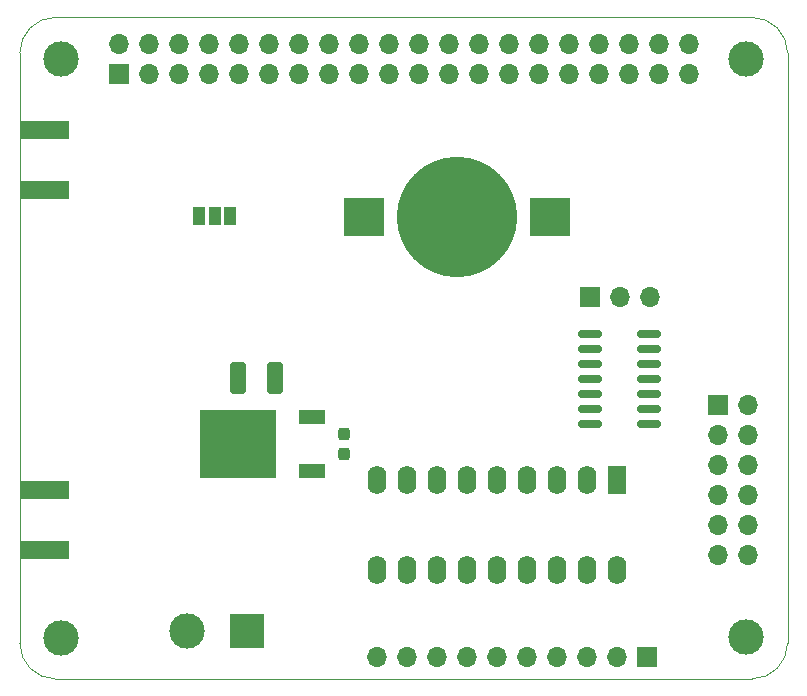
<source format=gbr>
G04 #@! TF.GenerationSoftware,KiCad,Pcbnew,6.0.2+dfsg-1*
G04 #@! TF.CreationDate,2022-08-30T21:57:41-05:00*
G04 #@! TF.ProjectId,BaseStationHAT,42617365-5374-4617-9469-6f6e4841542e,rev?*
G04 #@! TF.SameCoordinates,Original*
G04 #@! TF.FileFunction,Soldermask,Bot*
G04 #@! TF.FilePolarity,Negative*
%FSLAX46Y46*%
G04 Gerber Fmt 4.6, Leading zero omitted, Abs format (unit mm)*
G04 Created by KiCad (PCBNEW 6.0.2+dfsg-1) date 2022-08-30 21:57:41*
%MOMM*%
%LPD*%
G01*
G04 APERTURE LIST*
G04 Aperture macros list*
%AMRoundRect*
0 Rectangle with rounded corners*
0 $1 Rounding radius*
0 $2 $3 $4 $5 $6 $7 $8 $9 X,Y pos of 4 corners*
0 Add a 4 corners polygon primitive as box body*
4,1,4,$2,$3,$4,$5,$6,$7,$8,$9,$2,$3,0*
0 Add four circle primitives for the rounded corners*
1,1,$1+$1,$2,$3*
1,1,$1+$1,$4,$5*
1,1,$1+$1,$6,$7*
1,1,$1+$1,$8,$9*
0 Add four rect primitives between the rounded corners*
20,1,$1+$1,$2,$3,$4,$5,0*
20,1,$1+$1,$4,$5,$6,$7,0*
20,1,$1+$1,$6,$7,$8,$9,0*
20,1,$1+$1,$8,$9,$2,$3,0*%
G04 Aperture macros list end*
G04 #@! TA.AperFunction,Profile*
%ADD10C,0.100000*%
G04 #@! TD*
%ADD11C,3.000000*%
%ADD12R,1.600000X2.400000*%
%ADD13O,1.600000X2.400000*%
%ADD14R,1.700000X1.700000*%
%ADD15O,1.700000X1.700000*%
%ADD16R,4.060000X1.520000*%
%ADD17R,3.000000X3.000000*%
%ADD18R,3.500000X3.300000*%
%ADD19C,10.200000*%
%ADD20RoundRect,0.250000X-0.412500X-1.100000X0.412500X-1.100000X0.412500X1.100000X-0.412500X1.100000X0*%
%ADD21R,1.000000X1.500000*%
%ADD22R,2.200000X1.200000*%
%ADD23R,6.400000X5.800000*%
%ADD24RoundRect,0.150000X-0.825000X-0.150000X0.825000X-0.150000X0.825000X0.150000X-0.825000X0.150000X0*%
%ADD25RoundRect,0.237500X0.237500X-0.300000X0.237500X0.300000X-0.237500X0.300000X-0.237500X-0.300000X0*%
G04 APERTURE END LIST*
D10*
X143546356Y-113817611D02*
X143546356Y-63817611D01*
X78546356Y-63817611D02*
X78546356Y-113817611D01*
X140546356Y-116817611D02*
G75*
G03*
X143546356Y-113817611I-1J3000001D01*
G01*
X140546356Y-60817611D02*
X81546356Y-60817611D01*
X81546356Y-116817611D02*
X140546356Y-116817611D01*
X143546356Y-63817611D02*
G75*
G03*
X140546356Y-60817611I-3000001J-1D01*
G01*
X81546356Y-60817611D02*
G75*
G03*
X78546356Y-63817611I1J-3000001D01*
G01*
X78546356Y-113817611D02*
G75*
G03*
X81546356Y-116817611I3000001J1D01*
G01*
D11*
X82040000Y-64310000D03*
X140040000Y-64330000D03*
X82040000Y-113320000D03*
X140030000Y-113310000D03*
D12*
X129100000Y-99975000D03*
D13*
X126560000Y-99975000D03*
X124020000Y-99975000D03*
X121480000Y-99975000D03*
X118940000Y-99975000D03*
X116400000Y-99975000D03*
X113860000Y-99975000D03*
X111320000Y-99975000D03*
X108780000Y-99975000D03*
X108780000Y-107595000D03*
X111320000Y-107595000D03*
X113860000Y-107595000D03*
X116400000Y-107595000D03*
X118940000Y-107595000D03*
X121480000Y-107595000D03*
X124020000Y-107595000D03*
X126560000Y-107595000D03*
X129100000Y-107595000D03*
D14*
X131640000Y-114975000D03*
D15*
X129100000Y-114975000D03*
X126560000Y-114975000D03*
X124020000Y-114975000D03*
X121480000Y-114975000D03*
X118940000Y-114975000D03*
X116400000Y-114975000D03*
X113860000Y-114975000D03*
X111320000Y-114975000D03*
X108780000Y-114975000D03*
D16*
X80657500Y-105940000D03*
X80657500Y-100860000D03*
D17*
X97800000Y-112800000D03*
D11*
X92720000Y-112800000D03*
D14*
X137700000Y-93600000D03*
D15*
X140240000Y-93600000D03*
X137700000Y-96140000D03*
X140240000Y-96140000D03*
X137700000Y-98680000D03*
X140240000Y-98680000D03*
X137700000Y-101220000D03*
X140240000Y-101220000D03*
X137700000Y-103760000D03*
X140240000Y-103760000D03*
X137700000Y-106300000D03*
X140240000Y-106300000D03*
D14*
X126850000Y-84450000D03*
D15*
X129390000Y-84450000D03*
X131930000Y-84450000D03*
D16*
X80657500Y-75390000D03*
X80657500Y-70310000D03*
D14*
X86920000Y-65590000D03*
D15*
X86920000Y-63050000D03*
X89460000Y-65590000D03*
X89460000Y-63050000D03*
X92000000Y-65590000D03*
X92000000Y-63050000D03*
X94540000Y-65590000D03*
X94540000Y-63050000D03*
X97080000Y-65590000D03*
X97080000Y-63050000D03*
X99620000Y-65590000D03*
X99620000Y-63050000D03*
X102160000Y-65590000D03*
X102160000Y-63050000D03*
X104700000Y-65590000D03*
X104700000Y-63050000D03*
X107240000Y-65590000D03*
X107240000Y-63050000D03*
X109780000Y-65590000D03*
X109780000Y-63050000D03*
X112320000Y-65590000D03*
X112320000Y-63050000D03*
X114860000Y-65590000D03*
X114860000Y-63050000D03*
X117400000Y-65590000D03*
X117400000Y-63050000D03*
X119940000Y-65590000D03*
X119940000Y-63050000D03*
X122480000Y-65590000D03*
X122480000Y-63050000D03*
X125020000Y-65590000D03*
X125020000Y-63050000D03*
X127560000Y-65590000D03*
X127560000Y-63050000D03*
X130100000Y-65590000D03*
X130100000Y-63050000D03*
X132640000Y-65590000D03*
X132640000Y-63050000D03*
X135180000Y-65590000D03*
X135180000Y-63050000D03*
D18*
X107650000Y-77695000D03*
X123450000Y-77695000D03*
D19*
X115550000Y-77695000D03*
D20*
X96987500Y-91350000D03*
X100112500Y-91350000D03*
D21*
X96350000Y-77650000D03*
X95050000Y-77650000D03*
X93750000Y-77650000D03*
D22*
X103300000Y-94670000D03*
D23*
X97000000Y-96950000D03*
D22*
X103300000Y-99230000D03*
D24*
X126832500Y-95210000D03*
X126832500Y-93940000D03*
X126832500Y-92670000D03*
X126832500Y-91400000D03*
X126832500Y-90130000D03*
X126832500Y-88860000D03*
X126832500Y-87590000D03*
X131782500Y-87590000D03*
X131782500Y-88860000D03*
X131782500Y-90130000D03*
X131782500Y-91400000D03*
X131782500Y-92670000D03*
X131782500Y-93940000D03*
X131782500Y-95210000D03*
D25*
X106000000Y-97812500D03*
X106000000Y-96087500D03*
M02*

</source>
